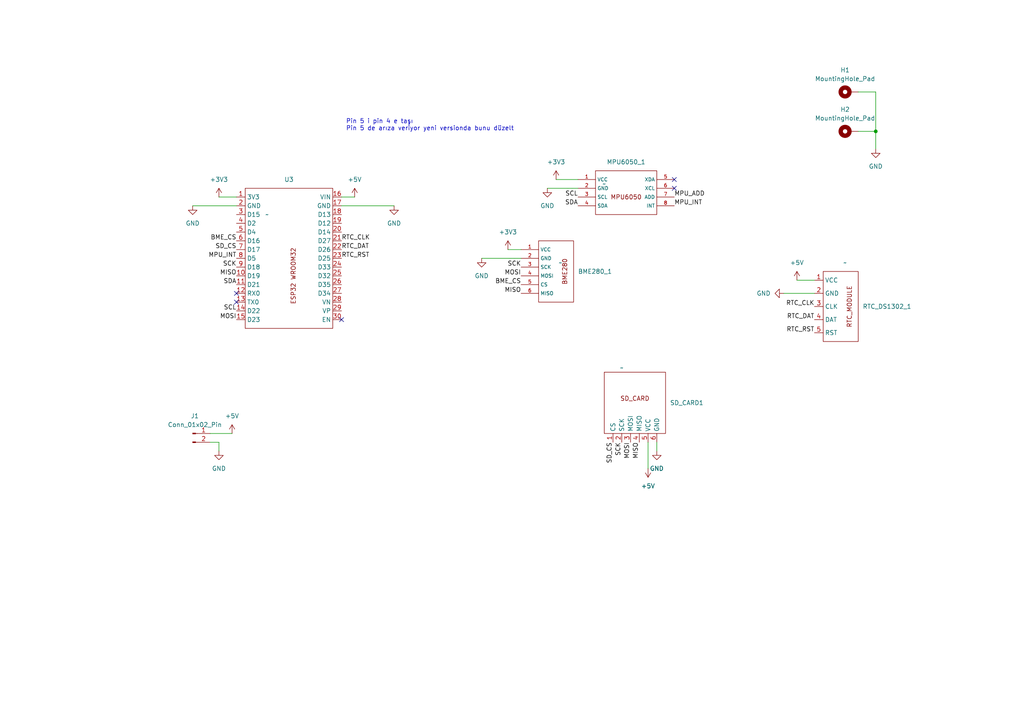
<source format=kicad_sch>
(kicad_sch (version 20231120) (generator "eeschema") (generator_version "8.0")
  (paper "A4")
  (lib_symbols
    (symbol "Adafruit Sensor:BME280"
      (property "Reference" "BME280_" (at 5.08 7.62 0))
      (symbol "BME280_0_1"
        (rectangle (start -6.35 6.35) (end 3.81 -11.43))
      )
      (symbol "BME280_1_0"
        (pin power_in line (at -11.43 3.81 0) (length 5.08) (name "VCC") (number "1"))
        (pin power_in line (at -11.43 1.27 0) (length 5.08) (name "GND") (number "2"))
        (pin bidirectional line (at -11.43 -1.27 0) (length 5.08) (name "SCK") (number "3"))
        (pin bidirectional line (at -11.43 -3.81 0) (length 5.08) (name "MOSI") (number "4"))
        (pin bidirectional line (at -11.43 -6.35 0) (length 5.08) (name "CS") (number "5"))
        (pin bidirectional line (at -11.43 -8.89 0) (length 5.08) (name "MISO") (number "6"))
      )
      (symbol "BME280_1_1"
        (text "BME280" (at 1.27 -2.54 900) (effects (font (size 1.27 1.27))))
      )
    )
    (symbol "Adafruit Sensor:DS1302"
      (property "Reference" "RTC_DS1302_" (at 0 0 0))
      (symbol "DS1302_0_1"
        (rectangle (start -6.35 -2.54) (end 3.81 -22.86))
      )
      (symbol "DS1302_1_1"
        (text "RTC_MODULE\n" (at 1.27 -12.7 900) (effects (font (size 1.27 1.27))))
        (pin power_in line (at -8.89 -5.08 0) (length 2.54) (name "VCC") (number "1"))
        (pin power_in line (at -8.89 -8.89 0) (length 2.54) (name "GND") (number "2"))
        (pin bidirectional line (at -8.89 -12.7 0) (length 2.54) (name "CLK") (number "3"))
        (pin bidirectional line (at -8.89 -16.51 0) (length 2.54) (name "DAT") (number "4"))
        (pin bidirectional line (at -8.89 -20.32 0) (length 2.54) (name "RST") (number "5"))
      )
    )
    (symbol "Adafruit Sensor:MPU6050"
      (property "Reference" "MPU6050_" (at 6.35 5.08 0))
      (symbol "MPU6050_0_1"
        (rectangle (start -2.54 3.81) (end 15.24 -8.89))
      )
      (symbol "MPU6050_1_0"
        (pin power_in line (at -7.62 1.27 0) (length 5.08) (name "VCC") (number "1"))
        (pin power_in line (at -7.62 -1.27 0) (length 5.08) (name "GND") (number "2"))
        (pin bidirectional line (at -7.62 -3.81 0) (length 5.08) (name "SCL") (number "3"))
        (pin bidirectional line (at -7.62 -6.35 0) (length 5.08) (name "SDA") (number "4"))
        (pin bidirectional line (at 20.32 1.27 180) (length 5.08) (name "XDA") (number "5"))
        (pin bidirectional line (at 20.32 -1.27 180) (length 5.08) (name "XCL") (number "6"))
        (pin bidirectional line (at 20.32 -3.81 180) (length 5.08) (name "ADD") (number "7"))
        (pin bidirectional line (at 20.32 -6.35 180) (length 5.08) (name "INT") (number "8"))
      )
      (symbol "MPU6050_1_1"
        (text "MPU6050\n" (at 6.35 -3.81 0) (effects (font (size 1.27 1.27))))
      )
    )
    (symbol "Arduino_SD_CARD_MODULE:SD_CARD"
      (property "Reference" "SD_CARD" (at 3.81 -3.81 0))
      (symbol "SD_CARD_0_1"
        (rectangle (start -5.08 -1.27) (end 12.7 -19.05))
      )
      (symbol "SD_CARD_1_1"
        (text "SD_CARD\n" (at 3.81 -8.89 0) (effects (font (size 1.27 1.27))))
        (pin output line (at -2.54 -21.59 90) (length 2.54) (name "CS") (number "1"))
        (pin output line (at 0 -21.59 90) (length 2.54) (name "SCK") (number "2"))
        (pin output line (at 2.54 -21.59 90) (length 2.54) (name "MOSI") (number "3"))
        (pin input line (at 5.08 -21.59 90) (length 2.54) (name "MISO") (number "4"))
        (pin power_in line (at 7.62 -21.59 90) (length 2.54) (name "VCC") (number "5"))
        (pin power_out line (at 10.16 -21.59 90) (length 2.54) (name "GND") (number "6"))
      )
    )
    (symbol "Connector:Conn_01x02_Pin" (pin_names (offset 1.016) hide)
      (property "Reference" "J" (at 0 2.54 0))
      (property "Value" "Conn_01x02_Pin" (at 0 -5.08 0))
      (symbol "Conn_01x02_Pin_1_1"
        (polyline (pts (xy 1.27 -2.54) (xy 0.8636 -2.54)) (stroke (width 0.1524)))
        (polyline (pts (xy 1.27 0) (xy 0.8636 0)) (stroke (width 0.1524)))
        (rectangle (start 0.8636 -2.413) (end 0 -2.667) (stroke (width 0.1524)) (fill (type outline)))
        (rectangle (start 0.8636 0.127) (end 0 -0.127) (stroke (width 0.1524)) (fill (type outline)))
        (pin passive line (at 5.08 0 180) (length 3.81) (name "Pin_1") (number "1"))
        (pin passive line (at 5.08 -2.54 180) (length 3.81) (name "Pin_2") (number "2"))
      )
    )
    (symbol "ESP32-C3-DEVKITC-02:ESP32WROOM32"
      (property "Reference" "U" (at 7.62 0 0))
      (symbol "ESP32WROOM32_0_1"
        (rectangle (start -6.35 7.62) (end 19.05 -33.02))
      )
      (symbol "ESP32WROOM32_1_1"
        (text "ESP32 WROOM32\n" (at 7.62 -17.78 900) (effects (font (size 1.27 1.27))))
        (pin input line (at -8.89 5.08 0) (length 2.54) (name "3V3") (number "1"))
        (pin input line (at -8.89 -17.78 0) (length 2.54) (name "D19") (number "10"))
        (pin input line (at -8.89 -20.32 0) (length 2.54) (name "D21") (number "11"))
        (pin input line (at -8.89 -22.86 0) (length 2.54) (name "RX0") (number "12"))
        (pin input line (at -8.89 -25.4 0) (length 2.54) (name "TX0") (number "13"))
        (pin input line (at -8.89 -27.94 0) (length 2.54) (name "D22") (number "14"))
        (pin input line (at -8.89 -30.48 0) (length 2.54) (name "D23") (number "15"))
        (pin input line (at 21.59 5.08 180) (length 2.54) (name "VIN") (number "16"))
        (pin input line (at 21.59 2.54 180) (length 2.54) (name "GND") (number "17"))
        (pin input line (at 21.59 0 180) (length 2.54) (name "D13") (number "18"))
        (pin input line (at 21.59 -2.54 180) (length 2.54) (name "D12") (number "19"))
        (pin input line (at -8.89 2.54 0) (length 2.54) (name "GND") (number "2"))
        (pin input line (at 21.59 -5.08 180) (length 2.54) (name "D14") (number "20"))
        (pin input line (at 21.59 -7.62 180) (length 2.54) (name "D27") (number "21"))
        (pin input line (at 21.59 -10.16 180) (length 2.54) (name "D26") (number "22"))
        (pin input line (at 21.59 -12.7 180) (length 2.54) (name "D25") (number "23"))
        (pin input line (at 21.59 -15.24 180) (length 2.54) (name "D33") (number "24"))
        (pin input line (at 21.59 -17.78 180) (length 2.54) (name "D32") (number "25"))
        (pin input line (at 21.59 -20.32 180) (length 2.54) (name "D35") (number "26"))
        (pin input line (at 21.59 -22.86 180) (length 2.54) (name "D34") (number "27"))
        (pin input line (at 21.59 -25.4 180) (length 2.54) (name "VN") (number "28"))
        (pin input line (at 21.59 -27.94 180) (length 2.54) (name "VP") (number "29"))
        (pin input line (at -8.89 0 0) (length 2.54) (name "D15") (number "3"))
        (pin input line (at 21.59 -30.48 180) (length 2.54) (name "EN") (number "30"))
        (pin input line (at -8.89 -2.54 0) (length 2.54) (name "D2") (number "4"))
        (pin input line (at -8.89 -5.08 0) (length 2.54) (name "D4") (number "5"))
        (pin input line (at -8.89 -7.62 0) (length 2.54) (name "D16") (number "6"))
        (pin input line (at -8.89 -10.16 0) (length 2.54) (name "D17") (number "7"))
        (pin input line (at -8.89 -12.7 0) (length 2.54) (name "D5") (number "8"))
        (pin input line (at -8.89 -15.24 0) (length 2.54) (name "D18") (number "9"))
      )
    )
    (symbol "Mechanical:MountingHole_Pad" (pin_numbers hide) (pin_names (offset 1.016) hide)
      (property "Reference" "H" (at 0 6.35 0))
      (property "Value" "MountingHole_Pad" (at 0 4.445 0))
      (symbol "MountingHole_Pad_0_1"
        (circle (center 0 1.27) (radius 1.27) (stroke (width 1.27)))
      )
      (symbol "MountingHole_Pad_1_1"
        (pin input line (at 0 -2.54 90) (length 2.54) (name "1") (number "1"))
      )
    )
    (symbol "power:+3V3" (power) (pin_names (offset 0))
      (property "Value" "+3V3" (at 0 3.556 0))
      (symbol "+3V3_0_1"
        (polyline (pts (xy -0.762 1.27) (xy 0 2.54)))
        (polyline (pts (xy 0 0) (xy 0 2.54)))
        (polyline (pts (xy 0 2.54) (xy 0.762 1.27)))
      )
      (symbol "+3V3_1_1"
        (pin power_in line (at 0 0 90) (length 0) hide (name "+3V3") (number "1"))
      )
    )
    (symbol "power:+5V" (power) (pin_names (offset 0))
      (property "Value" "+5V" (at 0 3.556 0))
      (symbol "+5V_0_1"
        (polyline (pts (xy -0.762 1.27) (xy 0 2.54)))
        (polyline (pts (xy 0 0) (xy 0 2.54)))
        (polyline (pts (xy 0 2.54) (xy 0.762 1.27)))
      )
      (symbol "+5V_1_1"
        (pin power_in line (at 0 0 90) (length 0) hide (name "+5V") (number "1"))
      )
    )
    (symbol "power:GND" (power) (pin_names (offset 0))
      (property "Value" "GND" (at 0 -3.81 0))
      (symbol "GND_0_1"
        (polyline (pts (xy 0 0) (xy 0 -1.27) (xy 1.27 -1.27) (xy 0 -2.54) (xy -1.27 -1.27) (xy 0 -1.27)))
      )
      (symbol "GND_1_1"
        (pin power_in line (at 0 0 270) (length 0) hide (name "GND") (number "1"))
      )
    )
  )
  (junction (at 254 38.1))
  (no_connect (at 99.06 92.71))
  (no_connect (at 68.58 87.63))
  (no_connect (at 195.58 54.61))
  (no_connect (at 195.58 52.07))
  (no_connect (at 68.58 85.09))
  (wire (pts (xy 254 26.67) (xy 254 38.1)))
  (wire (pts (xy 63.5 57.15) (xy 68.58 57.15)))
  (wire (pts (xy 254 38.1) (xy 254 43.18)))
  (wire (pts (xy 158.75 54.61) (xy 167.64 54.61)))
  (wire (pts (xy 55.88 59.69) (xy 68.58 59.69)))
  (wire (pts (xy 147.32 72.39) (xy 151.13 72.39)))
  (wire (pts (xy 248.92 26.67) (xy 254 26.67)))
  (wire (pts (xy 248.92 38.1) (xy 254 38.1)))
  (wire (pts (xy 99.06 57.15) (xy 102.87 57.15)))
  (wire (pts (xy 99.06 59.69) (xy 114.3 59.69)))
  (wire (pts (xy 63.5 128.27) (xy 60.96 128.27)))
  (wire (pts (xy 139.7 74.93) (xy 151.13 74.93)))
  (wire (pts (xy 227.33 85.09) (xy 236.22 85.09)))
  (wire (pts (xy 60.96 125.73) (xy 67.31 125.73)))
  (wire (pts (xy 231.14 81.28) (xy 236.22 81.28)))
  (wire (pts (xy 161.29 52.07) (xy 167.64 52.07)))
  (wire (pts (xy 63.5 130.81) (xy 63.5 128.27)))
  (wire (pts (xy 190.5 128.27) (xy 190.5 130.81)))
  (wire (pts (xy 187.96 128.27) (xy 187.96 135.89)))
  (text "Pin 5 i pin 4 e taşı\nPin 5 de arıza veriyor yeni versionda bunu düzelt\n" (at 100.33 38.1 0) (effects (font (size 1.27 1.27)) (justify left bottom)))
  (label "SDA" (at 167.64 59.69 180))
  (label "MOSI" (at 182.88 128.27 270))
  (label "RTC_RST" (at 99.06 74.93 0))
  (label "MPU_ADD" (at 195.58 57.15 0))
  (label "BME_CS" (at 151.13 82.55 180))
  (label "SCK" (at 180.34 128.27 270))
  (label "MOSI" (at 151.13 80.01 180))
  (label "SCK" (at 68.58 77.47 180))
  (label "RTC_RST" (at 236.22 96.52 180))
  (label "SCL" (at 167.64 57.15 180))
  (label "SCL" (at 68.58 90.17 180))
  (label "BME_CS" (at 68.58 69.85 180))
  (label "RTC_DAT" (at 99.06 72.39 0))
  (label "RTC_CLK" (at 99.06 69.85 0))
  (label "SCK" (at 151.13 77.47 180))
  (label "MISO" (at 185.42 128.27 270))
  (label "MOSI" (at 68.58 92.71 180))
  (label "MISO" (at 68.58 80.01 180))
  (label "MISO" (at 151.13 85.09 180))
  (label "RTC_DAT" (at 236.22 92.71 180))
  (label "MPU_INT" (at 195.58 59.69 0))
  (label "SDA" (at 68.58 82.55 180))
  (label "SD_CS" (at 177.8 128.27 270))
  (label "MPU_INT" (at 68.58 74.93 180))
  (label "RTC_CLK" (at 236.22 88.9 180))
  (label "SD_CS" (at 68.58 72.39 180))
  (symbol (lib_id "power:GND") (at 139.7 74.93 0) (unit 1)
    (property "Reference" "#PWR02" (effects (hide yes)))
    (property "Value" "GND" (at 139.7 80.01 0))
  )
  (symbol (lib_id "Adafruit Sensor:MPU6050") (at 175.26 53.34 0) (unit 1)
    (property "Reference" "MPU6050_1" (at 181.61 46.99 0))
    (property "Value" "~" (at 175.26 53.34 0))
    (property "Footprint" "Adafruit_Sensors:MPU6050" (effects (hide yes)))
  )
  (symbol (lib_id "Mechanical:MountingHole_Pad") (at 246.38 26.67 90) (unit 1)
    (property "Reference" "H1" (at 245.11 20.32 90))
    (property "Value" "MountingHole_Pad" (at 245.11 22.86 90))
    (property "Footprint" "MountingHole:MountingHole_2.2mm_M2_Pad" (effects (hide yes)))
  )
  (symbol (lib_id "power:GND") (at 158.75 54.61 0) (unit 1)
    (property "Reference" "#PWR04" (effects (hide yes)))
    (property "Value" "GND" (at 158.75 59.69 0))
  )
  (symbol (lib_id "power:GND") (at 63.5 130.81 0) (unit 1)
    (property "Reference" "#PWR015" (effects (hide yes)))
    (property "Value" "GND" (at 63.5 135.89 0))
  )
  (symbol (lib_id "power:+3V3") (at 63.5 57.15 0) (unit 1)
    (property "Reference" "#PWR09" (effects (hide yes)))
    (property "Value" "+3V3" (at 63.5 52.07 0))
  )
  (symbol (lib_id "Connector:Conn_01x02_Pin") (at 55.88 125.73 0) (unit 1)
    (property "Reference" "J1" (at 56.515 120.65 0))
    (property "Value" "Conn_01x02_Pin" (at 56.515 123.19 0))
    (property "Footprint" "Connector_PinHeader_2.54mm:PinHeader_1x02_P2.54mm_Vertical" (effects (hide yes)))
  )
  (symbol (lib_id "power:+3V3") (at 147.32 72.39 0) (unit 1)
    (property "Reference" "#PWR01" (effects (hide yes)))
    (property "Value" "+3V3" (at 147.32 67.31 0))
  )
  (symbol (lib_id "ESP32-C3-DEVKITC-02:ESP32WROOM32") (at 77.47 62.23 0) (unit 1)
    (property "Reference" "U3" (at 83.82 52.07 0))
    (property "Value" "~" (at 77.47 62.23 0))
    (property "Footprint" "ESP32-C3-DEVKITC-02:ESP32-WROOM-32" (effects (hide yes)))
  )
  (symbol (lib_id "Adafruit Sensor:DS1302") (at 245.11 76.2 0) (unit 1)
    (property "Reference" "RTC_DS1302_1" (at 250.19 88.9 0) (effects (justify left)))
    (property "Value" "~" (at 245.11 76.2 0))
    (property "Footprint" "Adafruit_Sensors:DS1302_RTC_MODULE" (effects (hide yes)))
  )
  (symbol (lib_id "power:GND") (at 254 43.18 0) (unit 1)
    (property "Reference" "#PWR013" (effects (hide yes)))
    (property "Value" "GND" (at 254 48.26 0))
  )
  (symbol (lib_id "power:GND") (at 55.88 59.69 0) (unit 1)
    (property "Reference" "#PWR05" (effects (hide yes)))
    (property "Value" "GND" (at 55.88 64.77 0))
  )
  (symbol (lib_id "Adafruit Sensor:BME280") (at 162.56 76.2 0) (unit 1)
    (property "Reference" "BME280_1" (at 167.64 78.74 0) (effects (justify left)))
    (property "Value" "~" (at 162.56 76.2 0))
    (property "Footprint" "Adafruit_Sensors:BME280" (effects (hide yes)))
  )
  (symbol (lib_id "power:+5V") (at 231.14 81.28 0) (unit 1)
    (property "Reference" "#PWR011" (effects (hide yes)))
    (property "Value" "+5V" (at 231.14 76.2 0))
  )
  (symbol (lib_id "power:GND") (at 190.5 130.81 0) (unit 1)
    (property "Reference" "#PWR03" (effects (hide yes)))
    (property "Value" "GND" (at 190.5 135.89 0))
  )
  (symbol (lib_id "power:+5V") (at 67.31 125.73 0) (unit 1)
    (property "Reference" "#PWR014" (effects (hide yes)))
    (property "Value" "+5V" (at 67.31 120.65 0))
  )
  (symbol (lib_id "power:GND") (at 114.3 59.69 0) (unit 1)
    (property "Reference" "#PWR06" (effects (hide yes)))
    (property "Value" "GND" (at 114.3 64.77 0))
  )
  (symbol (lib_id "power:+5V") (at 187.96 135.89 180) (unit 1)
    (property "Reference" "#PWR08" (effects (hide yes)))
    (property "Value" "+5V" (at 187.96 140.97 0))
  )
  (symbol (lib_id "power:GND") (at 227.33 85.09 270) (unit 1)
    (property "Reference" "#PWR012" (effects (hide yes)))
    (property "Value" "GND" (at 223.52 85.09 90) (effects (justify right)))
  )
  (symbol (lib_id "Arduino_SD_CARD_MODULE:SD_CARD") (at 180.34 106.68 0) (unit 1)
    (property "Reference" "SD_CARD1" (at 194.31 116.84 0) (effects (justify left)))
    (property "Value" "~" (at 180.34 106.68 0))
    (property "Footprint" "Adafruit_Sensors:SDCard" (effects (hide yes)))
  )
  (symbol (lib_id "power:+5V") (at 102.87 57.15 0) (unit 1)
    (property "Reference" "#PWR010" (effects (hide yes)))
    (property "Value" "+5V" (at 102.87 52.07 0))
  )
  (symbol (lib_id "power:+3V3") (at 161.29 52.07 0) (unit 1)
    (property "Reference" "#PWR07" (effects (hide yes)))
    (property "Value" "+3V3" (at 161.29 46.99 0))
  )
  (symbol (lib_id "Mechanical:MountingHole_Pad") (at 246.38 38.1 90) (unit 1)
    (property "Reference" "H2" (at 245.11 31.75 90))
    (property "Value" "MountingHole_Pad" (at 245.11 34.29 90))
    (property "Footprint" "MountingHole:MountingHole_2.2mm_M2_Pad" (effects (hide yes)))
  )
)
</source>
